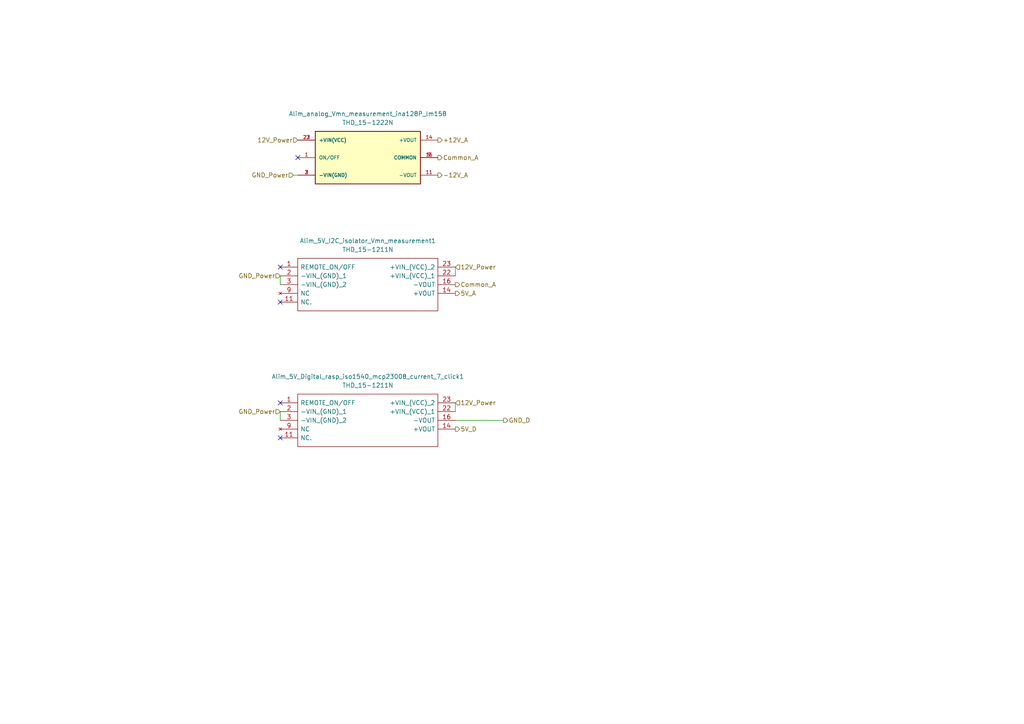
<source format=kicad_sch>
(kicad_sch (version 20211123) (generator eeschema)
  (paper "A4")
  (title_block (title "Alimentations "))
  (lib_symbols
    (symbol "THD_15-1211N:THD_15-1211N" (pin_names (offset 0.762))
      (property "Reference" "Alim_5V_ina282_iso1" (at 25.4 7.62 0))
      (property "Value" "THD_15-1211N" (at 25.4 5.08 0))
      (symbol "THD_15-1211N_0_0"
        (pin passive line (at 0 0 0) (length 5.08) (name "REMOTE_ON/OFF") (number "1"))
        (pin passive line (at 0 -10.16 0) (length 5.08) (name "NC.") (number "11"))
        (pin power_out line (at 50.8 -7.62 180) (length 5.08) (name "+VOUT") (number "14"))
        (pin power_out line (at 50.8 -5.08 180) (length 5.08) (name "-VOUT") (number "16"))
        (pin power_in line (at 0 -2.54 0) (length 5.08) (name "-VIN_(GND)_1") (number "2"))
        (pin power_in line (at 50.8 -2.54 180) (length 5.08) (name "+VIN_(VCC)_1") (number "22"))
        (pin power_in line (at 50.8 0 180) (length 5.08) (name "+VIN_(VCC)_2") (number "23"))
        (pin power_in line (at 0 -5.08 0) (length 5.08) (name "-VIN_(GND)_2") (number "3"))
        (pin no_connect line (at 0 -7.62 0) (length 5.08) (name "NC") (number "9"))
      )
      (symbol "THD_15-1211N_0_1"
        (polyline (pts (xy 5.08 2.54) (xy 45.72 2.54) (xy 45.72 -12.7) (xy 5.08 -12.7) (xy 5.08 2.54)) (stroke (width 0.1524)))
      )
    )
    (symbol "THD_15-1211N_1" (pin_names (offset 0.762))
      (property "Reference" "Alim_5V_Digital_rasp_iso1540_mcp1" (at 25.4 7.62 0))
      (property "Value" "THD_15-1211N" (at 25.4 5.08 0))
      (symbol "THD_15-1211N_1_0_0"
        (pin passive line (at 0 0 0) (length 5.08) (name "REMOTE_ON/OFF") (number "1"))
        (pin passive line (at 0 -10.16 0) (length 5.08) (name "NC.") (number "11"))
        (pin power_out line (at 50.8 -7.62 180) (length 5.08) (name "+VOUT") (number "14"))
        (pin power_out line (at 50.8 -5.08 180) (length 5.08) (name "-VOUT") (number "16"))
        (pin power_in line (at 0 -2.54 0) (length 5.08) (name "-VIN_(GND)_1") (number "2"))
        (pin power_in line (at 50.8 -2.54 180) (length 5.08) (name "+VIN_(VCC)_1") (number "22"))
        (pin power_in line (at 50.8 0 180) (length 5.08) (name "+VIN_(VCC)_2") (number "23"))
        (pin power_in line (at 0 -5.08 0) (length 5.08) (name "-VIN_(GND)_2") (number "3"))
        (pin no_connect line (at 0 -7.62 0) (length 5.08) (name "NC") (number "9"))
      )
      (symbol "THD_15-1211N_1_0_1"
        (polyline (pts (xy 5.08 2.54) (xy 45.72 2.54) (xy 45.72 -12.7) (xy 5.08 -12.7) (xy 5.08 2.54)) (stroke (width 0.1524)))
      )
    )
    (symbol "THD_15-1222N:THD_15-1222N" (pin_names (offset 1.016))
      (property "Reference" "Alim_analog_Vmn1" (at 0 12.7 0))
      (property "Value" "THD_15-1222N" (at 0 10.16 0))
      (symbol "THD_15-1222N_0_0"
        (rectangle (start -15.24 -7.62) (end 15.24 7.62) (stroke (width 0.254)) (fill (type background)))
        (pin input line (at -20.32 0 0) (length 5.08) (name "ON/OFF") (number "1"))
        (pin power_out line (at 20.32 -5.08 180) (length 5.08) (name "-VOUT") (number "11"))
        (pin power_out line (at 20.32 5.08 180) (length 5.08) (name "+VOUT") (number "14"))
        (pin passive line (at 20.32 0 180) (length 5.08) (name "COMMON") (number "16"))
        (pin input line (at -20.32 -5.08 0) (length 5.08) (name "-VIN(GND)") (number "2"))
        (pin input line (at -20.32 5.08 0) (length 5.08) (name "+VIN(VCC)") (number "22"))
        (pin input line (at -20.32 5.08 0) (length 5.08) (name "+VIN(VCC)") (number "23"))
        (pin input line (at -20.32 -5.08 0) (length 5.08) (name "-VIN(GND)") (number "3"))
        (pin passive line (at 20.32 0 180) (length 5.08) (name "COMMON") (number "9"))
      )
    )
  )
  (no_connect (at 81.28 87.63))
  (no_connect (at 81.28 77.47))
  (no_connect (at 81.28 116.84))
  (no_connect (at 86.36 45.72))
  (no_connect (at 81.28 127))
  (wire (pts (xy 132.08 121.92) (xy 146.05 121.92)))
  (wire (pts (xy 81.28 80.01) (xy 81.28 82.55)))
  (wire (pts (xy 81.28 119.38) (xy 81.28 121.92)))
  (wire (pts (xy 132.08 116.84) (xy 132.08 119.38)))
  (wire (pts (xy 132.08 77.47) (xy 132.08 80.01)))
  (wire (pts (xy 85.09 50.8) (xy 86.36 50.8)))
  (hierarchical_label "GND_Power" (shape input) (at 85.09 50.8 180))
  (hierarchical_label "GND_Power" (shape input) (at 81.28 80.01 180))
  (hierarchical_label "5V_D" (shape output) (at 132.08 124.46 0))
  (hierarchical_label "12V_Power" (shape input) (at 86.36 40.64 180))
  (hierarchical_label "GND_D" (shape output) (at 146.05 121.92 0))
  (hierarchical_label "-12V_A" (shape output) (at 127 50.8 0))
  (hierarchical_label "5V_A" (shape output) (at 132.08 85.09 0))
  (hierarchical_label "+12V_A" (shape output) (at 127 40.64 0))
  (hierarchical_label "Common_A" (shape output) (at 132.08 82.55 0))
  (hierarchical_label "12V_Power" (shape input) (at 132.08 116.84 0))
  (hierarchical_label "GND_Power" (shape input) (at 81.28 119.38 180))
  (hierarchical_label "12V_Power" (shape input) (at 132.08 77.47 0))
  (hierarchical_label "Common_A" (shape output) (at 127 45.72 0))
  (symbol (lib_id "THD_15-1222N:THD_15-1222N") (at 106.68 45.72 0) (unit 1)
    (property "Reference" "Alim_analog_Vmn_measurement_ina128P_lm158" (at 106.68 33.02 0))
    (property "Value" "THD_15-1222N" (at 106.68 35.56 0))
    (property "Footprint" "THD_15-1222N:CONV_THD_15-1222N" (effects hide))
    (property "MANUFACTURER" "Traco Power" (effects hide))
    (property "MAXIMUM_PACKAGE_HEIGHT" "10.7mm" (effects hide))
    (property "PARTREV" "July 27, 2020" (effects hide))
    (property "STANDARD" "IPC 7351B" (effects hide))
  )
  (symbol (lib_name "THD_15-1211N_1") (lib_id "THD_15-1211N:THD_15-1211N") (at 81.28 116.84 0) (unit 1)
    (property "Reference" "Alim_5V_Digital_rasp_iso1540_mcp23008_current_7_click1" (at 106.68 109.22 0))
    (property "Value" "THD_15-1211N" (at 106.68 111.76 0))
    (property "Footprint" "THD_15-1211N:THD151211N" (effects hide))
    (property "Datasheet" "https://tracopower.com/thd15n-datasheet/" (effects hide))
    (property "Description" "15 Watt DC/DC converter, industrial, 2:1 input, encapsulated, DIP-24" (effects hide))
    (property "Height" "10.7" (effects hide))
    (property "Manufacturer_Name" "Traco Power" (effects hide))
    (property "Manufacturer_Part_Number" "THD 15-1211N" (effects hide))
    (property "Mouser Part Number" "495-THD15-1211N" (effects hide))
    (property "Mouser Price/Stock" "https://www.mouser.co.uk/ProductDetail/TRACO-Power/THD-15-1211N?qs=ckJk83FOD0X2IyoEoPcnmg%3D%3D" (effects hide))
  )
  (symbol (lib_id "THD_15-1211N:THD_15-1211N") (at 81.28 77.47 0) (unit 1)
    (property "Reference" "Alim_5V_I2C_isolator_Vmn_measurement1" (at 106.68 69.85 0))
    (property "Value" "THD_15-1211N" (at 106.68 72.39 0))
    (property "Footprint" "THD_15-1211N:THD151211N" (effects hide))
    (property "Datasheet" "https://tracopower.com/thd15n-datasheet/" (effects hide))
    (property "Description" "15 Watt DC/DC converter, industrial, 2:1 input, encapsulated, DIP-24" (effects hide))
    (property "Height" "10.7" (effects hide))
    (property "Manufacturer_Name" "Traco Power" (effects hide))
    (property "Manufacturer_Part_Number" "THD 15-1211N" (effects hide))
    (property "Mouser Part Number" "495-THD15-1211N" (effects hide))
    (property "Mouser Price/Stock" "https://www.mouser.co.uk/ProductDetail/TRACO-Power/THD-15-1211N?qs=ckJk83FOD0X2IyoEoPcnmg%3D%3D" (effects hide))
  )
)
</source>
